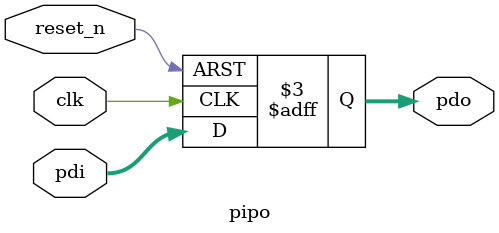
<source format=v>
module pipo(	
		input clk,
		input reset_n,
		input [3:0]pdi,	// Parallel Data Input

		output reg [3:0]pdo // Parallel Data Output
								);
always @(posedge clk or negedge reset_n)
	begin	
		if(!reset_n)
		begin 	
				pdo[3:0] <= 4'b0000; 	
		
		end
	
		else
			begin
				pdo[3:0] <= pdi[3:0]; 
			end
	
	end


endmodule

</source>
